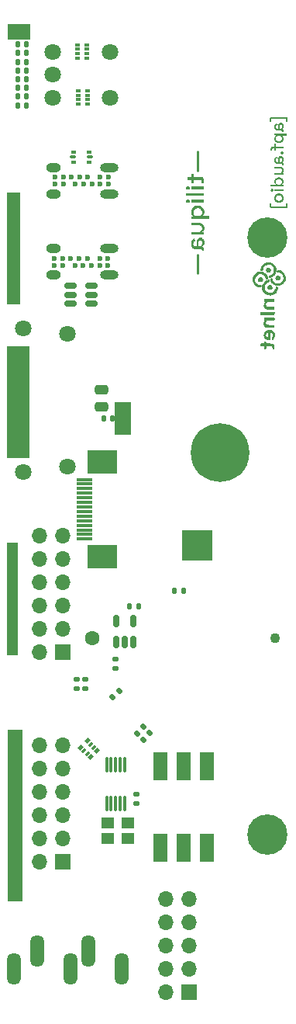
<source format=gbr>
%TF.GenerationSoftware,KiCad,Pcbnew,9.0.2*%
%TF.CreationDate,2025-08-21T17:21:46+02:00*%
%TF.ProjectId,tiliqua-motherboard,74696c69-7175-4612-9d6d-6f7468657262,rev?*%
%TF.SameCoordinates,Original*%
%TF.FileFunction,Soldermask,Bot*%
%TF.FilePolarity,Negative*%
%FSLAX46Y46*%
G04 Gerber Fmt 4.6, Leading zero omitted, Abs format (unit mm)*
G04 Created by KiCad (PCBNEW 9.0.2) date 2025-08-21 17:21:46*
%MOMM*%
%LPD*%
G01*
G04 APERTURE LIST*
G04 Aperture macros list*
%AMRoundRect*
0 Rectangle with rounded corners*
0 $1 Rounding radius*
0 $2 $3 $4 $5 $6 $7 $8 $9 X,Y pos of 4 corners*
0 Add a 4 corners polygon primitive as box body*
4,1,4,$2,$3,$4,$5,$6,$7,$8,$9,$2,$3,0*
0 Add four circle primitives for the rounded corners*
1,1,$1+$1,$2,$3*
1,1,$1+$1,$4,$5*
1,1,$1+$1,$6,$7*
1,1,$1+$1,$8,$9*
0 Add four rect primitives between the rounded corners*
20,1,$1+$1,$2,$3,$4,$5,0*
20,1,$1+$1,$4,$5,$6,$7,0*
20,1,$1+$1,$6,$7,$8,$9,0*
20,1,$1+$1,$8,$9,$2,$3,0*%
%AMRotRect*
0 Rectangle, with rotation*
0 The origin of the aperture is its center*
0 $1 length*
0 $2 width*
0 $3 Rotation angle, in degrees counterclockwise*
0 Add horizontal line*
21,1,$1,$2,0,0,$3*%
G04 Aperture macros list end*
%ADD10C,0.250000*%
%ADD11C,0.010000*%
%ADD12C,0.100000*%
%ADD13C,0.300000*%
%ADD14C,0.000000*%
%ADD15C,0.600000*%
%ADD16O,1.600000X1.000000*%
%ADD17O,2.000000X1.000000*%
%ADD18R,1.700000X1.700000*%
%ADD19O,1.700000X1.700000*%
%ADD20C,1.800000*%
%ADD21C,6.400000*%
%ADD22C,0.700000*%
%ADD23C,4.400000*%
%ADD24C,1.100000*%
%ADD25C,1.600000*%
%ADD26O,1.500000X3.500000*%
%ADD27RoundRect,0.147500X-0.147500X-0.172500X0.147500X-0.172500X0.147500X0.172500X-0.147500X0.172500X0*%
%ADD28RoundRect,0.150000X0.512500X0.150000X-0.512500X0.150000X-0.512500X-0.150000X0.512500X-0.150000X0*%
%ADD29RoundRect,0.135000X0.035355X-0.226274X0.226274X-0.035355X-0.035355X0.226274X-0.226274X0.035355X0*%
%ADD30R,1.400000X1.200000*%
%ADD31RoundRect,0.150000X0.150000X-0.512500X0.150000X0.512500X-0.150000X0.512500X-0.150000X-0.512500X0*%
%ADD32R,1.800000X0.300000*%
%ADD33R,3.200000X2.500000*%
%ADD34R,0.500000X0.400000*%
%ADD35R,0.500000X0.300000*%
%ADD36RoundRect,0.093750X0.156250X0.093750X-0.156250X0.093750X-0.156250X-0.093750X0.156250X-0.093750X0*%
%ADD37RoundRect,0.075000X0.250000X0.075000X-0.250000X0.075000X-0.250000X-0.075000X0.250000X-0.075000X0*%
%ADD38RoundRect,0.140000X-0.140000X-0.170000X0.140000X-0.170000X0.140000X0.170000X-0.140000X0.170000X0*%
%ADD39R,1.600000X3.100000*%
%ADD40RoundRect,0.250000X0.475000X-0.250000X0.475000X0.250000X-0.475000X0.250000X-0.475000X-0.250000X0*%
%ADD41RotRect,0.500000X0.400000X45.000000*%
%ADD42RotRect,0.500000X0.300000X45.000000*%
%ADD43RoundRect,0.087500X0.087500X-0.725000X0.087500X0.725000X-0.087500X0.725000X-0.087500X-0.725000X0*%
%ADD44RoundRect,0.135000X0.185000X-0.135000X0.185000X0.135000X-0.185000X0.135000X-0.185000X-0.135000X0*%
%ADD45RoundRect,0.135000X-0.135000X-0.185000X0.135000X-0.185000X0.135000X0.185000X-0.135000X0.185000X0*%
%ADD46RoundRect,0.140000X-0.170000X0.140000X-0.170000X-0.140000X0.170000X-0.140000X0.170000X0.140000X0*%
G04 APERTURE END LIST*
D10*
X21130785Y-16446718D02*
X21130785Y-14346718D01*
D11*
X375367Y-77386701D02*
X1971480Y-77386701D01*
X1971480Y-96063239D01*
X375367Y-96063239D01*
X375367Y-77386701D01*
G36*
X375367Y-77386701D02*
G01*
X1971480Y-77386701D01*
X1971480Y-96063239D01*
X375367Y-96063239D01*
X375367Y-77386701D01*
G37*
D12*
X12053798Y-41706277D02*
X13783657Y-41706277D01*
X13783657Y-45149999D01*
X12053798Y-45149999D01*
X12053798Y-41706277D01*
G36*
X12053798Y-41706277D02*
G01*
X13783657Y-41706277D01*
X13783657Y-45149999D01*
X12053798Y-45149999D01*
X12053798Y-41706277D01*
G37*
D11*
X337544Y-18773461D02*
X1683657Y-18773461D01*
X1683657Y-30949999D01*
X337544Y-30949999D01*
X337544Y-18773461D01*
G36*
X337544Y-18773461D02*
G01*
X1683657Y-18773461D01*
X1683657Y-30949999D01*
X337544Y-30949999D01*
X337544Y-18773461D01*
G37*
X433657Y-449999D02*
X2771926Y-449999D01*
X2771926Y-2046112D01*
X433657Y-2046112D01*
X433657Y-449999D01*
G36*
X433657Y-449999D02*
G01*
X2771926Y-449999D01*
X2771926Y-2046112D01*
X433657Y-2046112D01*
X433657Y-449999D01*
G37*
X19496544Y-55658743D02*
X22688771Y-55658743D01*
X22688771Y-58835281D01*
X19496544Y-58835281D01*
X19496544Y-55658743D01*
G36*
X19496544Y-55658743D02*
G01*
X22688771Y-55658743D01*
X22688771Y-58835281D01*
X19496544Y-58835281D01*
X19496544Y-55658743D01*
G37*
X337544Y-57023461D02*
X1433657Y-57023461D01*
X1433657Y-69199999D01*
X337544Y-69199999D01*
X337544Y-57023461D01*
G36*
X337544Y-57023461D02*
G01*
X1433657Y-57023461D01*
X1433657Y-69199999D01*
X337544Y-69199999D01*
X337544Y-57023461D01*
G37*
D10*
X21130785Y-27646718D02*
X21130785Y-25546718D01*
D11*
X344782Y-35537990D02*
X2690895Y-35537990D01*
X2690895Y-47714528D01*
X344782Y-47714528D01*
X344782Y-35537990D01*
G36*
X344782Y-35537990D02*
G01*
X2690895Y-35537990D01*
X2690895Y-47714528D01*
X344782Y-47714528D01*
X344782Y-35537990D01*
G37*
D13*
G36*
X30991423Y-10756514D02*
G01*
X30985653Y-10707642D01*
X30969029Y-10666060D01*
X30941415Y-10630082D01*
X30905443Y-10602518D01*
X30863861Y-10585921D01*
X30814982Y-10580159D01*
X29227441Y-10580159D01*
X29178507Y-10585925D01*
X29136929Y-10602526D01*
X29101008Y-10630082D01*
X29073394Y-10666060D01*
X29056770Y-10707642D01*
X29051000Y-10756514D01*
X29051000Y-11075972D01*
X29223508Y-11075972D01*
X29223508Y-10829006D01*
X29230105Y-10799498D01*
X29248351Y-10782576D01*
X29282322Y-10776090D01*
X30760101Y-10776090D01*
X30794072Y-10782576D01*
X30812318Y-10799498D01*
X30818915Y-10829006D01*
X30818915Y-11075972D01*
X30991423Y-11075972D01*
X30991423Y-10756514D01*
G37*
G36*
X30306521Y-11202842D02*
G01*
X30361530Y-11218998D01*
X30409356Y-11245147D01*
X30451112Y-11280607D01*
X30485612Y-11323415D01*
X30513220Y-11374485D01*
X30539283Y-11459675D01*
X30548440Y-11559817D01*
X30540578Y-11654143D01*
X30520059Y-11720443D01*
X30487649Y-11775590D01*
X30452441Y-11812596D01*
X30383796Y-11859613D01*
X30383796Y-11889020D01*
X30389695Y-11889020D01*
X30428174Y-11894027D01*
X30459642Y-11908320D01*
X30485780Y-11932104D01*
X30511716Y-11980149D01*
X30521000Y-12043918D01*
X30521000Y-12194799D01*
X30352423Y-12194799D01*
X30352423Y-12112477D01*
X30345723Y-12081682D01*
X30327380Y-12064222D01*
X30293609Y-12057596D01*
X29895762Y-12057596D01*
X29808614Y-12050157D01*
X29735841Y-12029202D01*
X29674730Y-11995825D01*
X29623322Y-11949799D01*
X29582876Y-11893612D01*
X29553006Y-11826993D01*
X29534063Y-11747923D01*
X29527322Y-11653850D01*
X29532074Y-11573565D01*
X29545474Y-11504899D01*
X29566560Y-11446122D01*
X29612753Y-11367222D01*
X29669398Y-11307893D01*
X29736793Y-11263081D01*
X29811474Y-11232495D01*
X29872254Y-11420647D01*
X29822427Y-11436896D01*
X29780366Y-11461009D01*
X29744881Y-11493139D01*
X29718837Y-11532574D01*
X29702001Y-11584294D01*
X29695813Y-11651884D01*
X29702352Y-11720616D01*
X29719918Y-11771428D01*
X29746847Y-11808664D01*
X29783638Y-11836489D01*
X29827969Y-11853576D01*
X29881999Y-11859613D01*
X29944745Y-11859613D01*
X29944745Y-11577427D01*
X30101525Y-11577427D01*
X30101525Y-11859613D01*
X30121186Y-11859613D01*
X30198958Y-11850718D01*
X30261487Y-11825715D01*
X30312245Y-11785155D01*
X30350126Y-11731782D01*
X30373538Y-11667451D01*
X30381830Y-11589138D01*
X30376955Y-11531556D01*
X30363542Y-11485997D01*
X30342678Y-11449969D01*
X30313420Y-11421628D01*
X30278715Y-11404844D01*
X30236762Y-11399020D01*
X30194913Y-11404773D01*
X30162021Y-11421017D01*
X30135890Y-11448003D01*
X30110780Y-11502449D01*
X30101525Y-11577427D01*
X29944745Y-11577427D01*
X29944745Y-11565630D01*
X29953426Y-11463477D01*
X29978084Y-11376452D01*
X30004461Y-11323951D01*
X30037386Y-11280558D01*
X30077076Y-11245147D01*
X30123051Y-11219175D01*
X30177567Y-11202939D01*
X30242660Y-11197190D01*
X30306521Y-11202842D01*
G37*
G36*
X30913034Y-12591535D02*
G01*
X30389695Y-12591535D01*
X30389695Y-12622908D01*
X30427397Y-12649711D01*
X30465178Y-12685569D01*
X30497268Y-12729478D01*
X30524932Y-12789433D01*
X30542072Y-12858259D01*
X30548440Y-12948264D01*
X30541803Y-13027720D01*
X30522225Y-13101814D01*
X30489627Y-13171722D01*
X30445107Y-13234557D01*
X30389041Y-13288596D01*
X30320110Y-13334400D01*
X30243990Y-13367241D01*
X30155598Y-13387893D01*
X30052542Y-13395180D01*
X30023135Y-13395180D01*
X29920137Y-13387777D01*
X29831780Y-13366788D01*
X29755652Y-13333374D01*
X29686570Y-13287059D01*
X29630516Y-13232998D01*
X29586136Y-13170696D01*
X29553568Y-13101443D01*
X29533977Y-13027703D01*
X29527322Y-12948264D01*
X29531495Y-12889451D01*
X29705644Y-12889451D01*
X29715413Y-12973513D01*
X29743479Y-13044713D01*
X29789932Y-13105984D01*
X29834463Y-13142027D01*
X29887866Y-13168517D01*
X29951936Y-13185307D01*
X30029033Y-13191298D01*
X30046643Y-13191298D01*
X30124938Y-13185338D01*
X30189689Y-13168679D01*
X30243348Y-13142493D01*
X30287796Y-13107010D01*
X30334068Y-13046280D01*
X30362169Y-12974805D01*
X30371999Y-12889451D01*
X30362290Y-12806689D01*
X30334299Y-12736074D01*
X30287796Y-12674798D01*
X30243286Y-12638879D01*
X30189603Y-12612409D01*
X30124873Y-12595585D01*
X30046643Y-12589569D01*
X30029033Y-12589569D01*
X29951930Y-12595555D01*
X29887858Y-12612331D01*
X29834457Y-12638794D01*
X29789932Y-12674798D01*
X29743379Y-12736080D01*
X29715361Y-12806695D01*
X29705644Y-12889451D01*
X29531495Y-12889451D01*
X29533931Y-12855115D01*
X29551660Y-12784533D01*
X29578271Y-12731645D01*
X29634088Y-12664375D01*
X29693847Y-12618976D01*
X29693847Y-12587603D01*
X29554677Y-12587603D01*
X29554677Y-12389705D01*
X30913034Y-12389705D01*
X30913034Y-12591535D01*
G37*
G36*
X30521000Y-13784137D02*
G01*
X29725220Y-13784137D01*
X29725220Y-13513662D01*
X29554677Y-13513662D01*
X29554677Y-13784137D01*
X29343016Y-13784137D01*
X29286443Y-13790423D01*
X29240191Y-13808185D01*
X29201966Y-13837052D01*
X29173053Y-13875285D01*
X29155263Y-13921563D01*
X29148965Y-13978187D01*
X29148965Y-14227120D01*
X29319508Y-14227120D01*
X29319508Y-14042900D01*
X29326309Y-14010811D01*
X29344745Y-13992816D01*
X29378322Y-13986052D01*
X29554677Y-13986052D01*
X29554677Y-14264306D01*
X29725220Y-14264306D01*
X29725220Y-13986052D01*
X30521000Y-13986052D01*
X30521000Y-13784137D01*
G37*
G36*
X30548440Y-14467076D02*
G01*
X30543271Y-14423210D01*
X30528317Y-14385477D01*
X30503390Y-14352441D01*
X30470815Y-14327037D01*
X30432804Y-14311704D01*
X30387728Y-14306364D01*
X30342629Y-14311731D01*
X30304989Y-14327081D01*
X30273093Y-14352441D01*
X30248723Y-14385410D01*
X30234060Y-14423146D01*
X30228983Y-14467076D01*
X30234156Y-14510997D01*
X30249113Y-14548726D01*
X30274033Y-14581712D01*
X30306514Y-14607208D01*
X30343907Y-14622495D01*
X30387728Y-14627788D01*
X30432804Y-14622448D01*
X30470815Y-14607116D01*
X30503390Y-14581712D01*
X30528310Y-14548726D01*
X30543267Y-14510997D01*
X30548440Y-14467076D01*
G37*
G36*
X30306521Y-14828774D02*
G01*
X30361530Y-14844930D01*
X30409356Y-14871078D01*
X30451112Y-14906539D01*
X30485612Y-14949346D01*
X30513220Y-15000417D01*
X30539283Y-15085607D01*
X30548440Y-15185749D01*
X30540578Y-15280075D01*
X30520059Y-15346375D01*
X30487649Y-15401522D01*
X30452441Y-15438528D01*
X30383796Y-15485544D01*
X30383796Y-15514951D01*
X30389695Y-15514951D01*
X30428174Y-15519958D01*
X30459642Y-15534251D01*
X30485780Y-15558036D01*
X30511716Y-15606081D01*
X30521000Y-15669850D01*
X30521000Y-15820731D01*
X30352423Y-15820731D01*
X30352423Y-15738409D01*
X30345723Y-15707614D01*
X30327380Y-15690154D01*
X30293609Y-15683528D01*
X29895762Y-15683528D01*
X29808614Y-15676089D01*
X29735841Y-15655134D01*
X29674730Y-15621757D01*
X29623322Y-15575731D01*
X29582876Y-15519543D01*
X29553006Y-15452925D01*
X29534063Y-15373855D01*
X29527322Y-15279782D01*
X29532074Y-15199496D01*
X29545474Y-15130831D01*
X29566560Y-15072053D01*
X29612753Y-14993154D01*
X29669398Y-14933824D01*
X29736793Y-14889013D01*
X29811474Y-14858426D01*
X29872254Y-15046579D01*
X29822427Y-15062827D01*
X29780366Y-15086941D01*
X29744881Y-15119070D01*
X29718837Y-15158505D01*
X29702001Y-15210225D01*
X29695813Y-15277816D01*
X29702352Y-15346547D01*
X29719918Y-15397359D01*
X29746847Y-15434595D01*
X29783638Y-15462420D01*
X29827969Y-15479507D01*
X29881999Y-15485544D01*
X29944745Y-15485544D01*
X29944745Y-15203358D01*
X30101525Y-15203358D01*
X30101525Y-15485544D01*
X30121186Y-15485544D01*
X30198958Y-15476650D01*
X30261487Y-15451647D01*
X30312245Y-15411087D01*
X30350126Y-15357714D01*
X30373538Y-15293383D01*
X30381830Y-15215070D01*
X30376955Y-15157488D01*
X30363542Y-15111929D01*
X30342678Y-15075900D01*
X30313420Y-15047560D01*
X30278715Y-15030776D01*
X30236762Y-15024951D01*
X30194913Y-15030704D01*
X30162021Y-15046948D01*
X30135890Y-15073934D01*
X30110780Y-15128380D01*
X30101525Y-15203358D01*
X29944745Y-15203358D01*
X29944745Y-15191562D01*
X29953426Y-15089408D01*
X29978084Y-15002383D01*
X30004461Y-14949883D01*
X30037386Y-14906490D01*
X30077076Y-14871078D01*
X30123051Y-14845107D01*
X30177567Y-14828871D01*
X30242660Y-14823121D01*
X30306521Y-14828774D01*
G37*
G36*
X30538609Y-16361424D02*
G01*
X30532956Y-16289561D01*
X30516527Y-16224627D01*
X30489627Y-16165407D01*
X30452515Y-16112177D01*
X30406463Y-16067306D01*
X30350542Y-16030169D01*
X30288628Y-16003646D01*
X30217336Y-15987029D01*
X30134864Y-15981186D01*
X29554677Y-15981186D01*
X29554677Y-16183016D01*
X30121186Y-16183016D01*
X30202417Y-16191024D01*
X30262439Y-16212571D01*
X30306432Y-16245762D01*
X30338594Y-16291009D01*
X30358871Y-16348049D01*
X30366186Y-16420237D01*
X30356507Y-16498836D01*
X30328820Y-16564103D01*
X30282924Y-16619161D01*
X30222973Y-16659301D01*
X30144708Y-16685162D01*
X30042796Y-16694644D01*
X29554677Y-16694644D01*
X29554677Y-16896474D01*
X30521000Y-16896474D01*
X30521000Y-16698577D01*
X30375931Y-16698577D01*
X30375931Y-16667204D01*
X30430882Y-16630857D01*
X30486720Y-16569152D01*
X30513783Y-16519329D01*
X30531846Y-16451804D01*
X30538609Y-16361424D01*
G37*
G36*
X30155544Y-17153567D02*
G01*
X30243932Y-17174527D01*
X30320110Y-17207896D01*
X30389077Y-17254305D01*
X30445143Y-17308695D01*
X30489627Y-17371600D01*
X30522295Y-17441483D01*
X30541838Y-17514938D01*
X30548440Y-17593092D01*
X30541829Y-17686242D01*
X30524099Y-17756791D01*
X30497491Y-17809625D01*
X30441995Y-17877131D01*
X30383796Y-17922380D01*
X30383796Y-17953753D01*
X30521000Y-17953753D01*
X30521000Y-18151650D01*
X29148965Y-18151650D01*
X29148965Y-17949820D01*
X29686068Y-17949820D01*
X29686068Y-17918447D01*
X29648555Y-17892798D01*
X29610584Y-17855701D01*
X29578343Y-17810350D01*
X29550830Y-17750811D01*
X29533712Y-17682894D01*
X29531367Y-17649939D01*
X29705644Y-17649939D01*
X29715483Y-17735287D01*
X29743609Y-17806763D01*
X29789932Y-17867498D01*
X29834396Y-17903066D01*
X29887773Y-17929245D01*
X29951866Y-17945856D01*
X30029033Y-17951787D01*
X30046643Y-17951787D01*
X30124867Y-17945765D01*
X30189595Y-17928927D01*
X30243281Y-17902431D01*
X30287796Y-17866473D01*
X30334198Y-17805208D01*
X30362239Y-17734008D01*
X30371999Y-17649939D01*
X30362290Y-17567177D01*
X30334299Y-17496562D01*
X30287796Y-17435286D01*
X30243286Y-17399368D01*
X30189603Y-17372898D01*
X30124873Y-17356074D01*
X30046643Y-17350058D01*
X30029033Y-17350058D01*
X29951930Y-17356044D01*
X29887858Y-17372819D01*
X29834457Y-17399283D01*
X29789932Y-17435286D01*
X29743379Y-17496568D01*
X29715361Y-17567183D01*
X29705644Y-17649939D01*
X29531367Y-17649939D01*
X29527322Y-17593092D01*
X29533960Y-17513636D01*
X29553537Y-17439542D01*
X29586136Y-17369634D01*
X29630659Y-17306870D01*
X29687013Y-17252824D01*
X29756593Y-17206956D01*
X29833295Y-17174023D01*
X29921411Y-17153415D01*
X30023135Y-17146176D01*
X30052542Y-17146176D01*
X30155544Y-17153567D01*
G37*
G36*
X30521000Y-18448882D02*
G01*
X29554677Y-18448882D01*
X29554677Y-18650712D01*
X30521000Y-18650712D01*
X30521000Y-18448882D01*
G37*
G36*
X29423372Y-18550780D02*
G01*
X29413674Y-18496251D01*
X29385160Y-18451788D01*
X29357474Y-18429641D01*
X29324962Y-18416273D01*
X29286169Y-18411610D01*
X29247433Y-18416271D01*
X29214947Y-18429636D01*
X29187263Y-18451788D01*
X29158683Y-18496257D01*
X29148965Y-18550780D01*
X29158795Y-18606750D01*
X29187263Y-18650626D01*
X29214878Y-18672220D01*
X29247365Y-18685295D01*
X29286169Y-18689864D01*
X29325029Y-18685293D01*
X29357543Y-18672216D01*
X29385160Y-18650626D01*
X29413561Y-18606757D01*
X29423372Y-18550780D01*
G37*
G36*
X30152778Y-18910021D02*
G01*
X30240287Y-18931885D01*
X30317203Y-18967092D01*
X30386171Y-19015814D01*
X30442990Y-19074629D01*
X30488686Y-19144473D01*
X30521373Y-19221614D01*
X30541485Y-19306998D01*
X30548440Y-19402210D01*
X30541501Y-19497431D01*
X30521402Y-19583144D01*
X30488686Y-19660888D01*
X30442925Y-19731375D01*
X30386097Y-19790483D01*
X30317203Y-19839210D01*
X30240287Y-19874417D01*
X30152778Y-19896281D01*
X30052542Y-19903922D01*
X30023135Y-19903922D01*
X29922963Y-19896264D01*
X29835847Y-19874386D01*
X29759585Y-19839210D01*
X29691169Y-19790567D01*
X29634314Y-19731463D01*
X29588102Y-19660888D01*
X29554806Y-19583088D01*
X29534373Y-19497380D01*
X29527322Y-19402210D01*
X29707610Y-19402210D01*
X29717643Y-19488744D01*
X29746162Y-19560119D01*
X29792924Y-19619770D01*
X29837740Y-19654620D01*
X29890858Y-19680193D01*
X29953913Y-19696349D01*
X30029033Y-19702092D01*
X30046643Y-19702092D01*
X30121740Y-19696289D01*
X30184816Y-19679953D01*
X30238001Y-19654069D01*
X30282924Y-19618744D01*
X30329765Y-19558568D01*
X30358198Y-19487462D01*
X30368152Y-19402210D01*
X30358250Y-19318268D01*
X30329866Y-19247743D01*
X30282924Y-19187558D01*
X30238006Y-19152272D01*
X30184824Y-19126414D01*
X30121746Y-19110093D01*
X30046643Y-19104295D01*
X30029033Y-19104295D01*
X29953975Y-19110093D01*
X29890942Y-19126414D01*
X29837801Y-19152271D01*
X29792924Y-19187558D01*
X29745931Y-19247749D01*
X29717521Y-19318274D01*
X29707610Y-19402210D01*
X29527322Y-19402210D01*
X29534388Y-19307049D01*
X29554835Y-19221671D01*
X29588102Y-19144473D01*
X29634249Y-19074541D01*
X29691095Y-19015730D01*
X29759585Y-18967092D01*
X29835847Y-18931916D01*
X29922963Y-18910038D01*
X30023135Y-18902380D01*
X30052542Y-18902380D01*
X30152778Y-18910021D01*
G37*
G36*
X30991423Y-20022404D02*
G01*
X30818915Y-20022404D01*
X30818915Y-20271336D01*
X30812318Y-20300844D01*
X30794072Y-20317766D01*
X30760101Y-20324252D01*
X29282322Y-20324252D01*
X29248351Y-20317766D01*
X29230105Y-20300844D01*
X29223508Y-20271336D01*
X29223508Y-20022404D01*
X29051000Y-20022404D01*
X29051000Y-20341862D01*
X29056822Y-20392042D01*
X29073495Y-20434207D01*
X29101008Y-20470175D01*
X29136936Y-20497782D01*
X29178513Y-20514409D01*
X29227441Y-20520183D01*
X30814982Y-20520183D01*
X30863855Y-20514413D01*
X30905437Y-20497789D01*
X30941415Y-20470175D01*
X30968928Y-20434207D01*
X30985601Y-20392042D01*
X30991423Y-20341862D01*
X30991423Y-20022404D01*
G37*
G36*
X21860785Y-17401289D02*
G01*
X21851770Y-17320421D01*
X21826374Y-17254798D01*
X21785191Y-17201010D01*
X21730691Y-17160637D01*
X21664580Y-17135718D01*
X21583569Y-17126882D01*
X20723956Y-17126882D01*
X20723956Y-16746108D01*
X20480324Y-16746108D01*
X20480324Y-17126882D01*
X20023956Y-17126882D01*
X20023956Y-17415333D01*
X20480324Y-17415333D01*
X20480324Y-17826882D01*
X20723956Y-17826882D01*
X20723956Y-17415333D01*
X21533133Y-17415333D01*
X21581377Y-17424799D01*
X21607580Y-17449741D01*
X21617152Y-17493735D01*
X21617152Y-17782064D01*
X21860785Y-17782064D01*
X21860785Y-17401289D01*
G37*
G36*
X21860785Y-18165159D02*
G01*
X20480324Y-18165159D01*
X20480324Y-18453487D01*
X21860785Y-18453487D01*
X21860785Y-18165159D01*
G37*
G36*
X20292745Y-18310727D02*
G01*
X20278891Y-18232829D01*
X20238157Y-18169311D01*
X20198605Y-18137671D01*
X20152159Y-18118575D01*
X20096741Y-18111914D01*
X20041403Y-18118572D01*
X19994996Y-18137665D01*
X19955446Y-18169311D01*
X19914617Y-18232838D01*
X19900736Y-18310727D01*
X19914778Y-18390684D01*
X19955446Y-18453365D01*
X19994897Y-18484213D01*
X20041307Y-18502892D01*
X20096741Y-18509419D01*
X20152256Y-18502889D01*
X20198704Y-18484207D01*
X20238157Y-18453365D01*
X20278730Y-18390694D01*
X20292745Y-18310727D01*
G37*
G36*
X21860785Y-18880302D02*
G01*
X19900736Y-18880302D01*
X19900736Y-19168630D01*
X21860785Y-19168630D01*
X21860785Y-18880302D01*
G37*
G36*
X21860785Y-19595445D02*
G01*
X20480324Y-19595445D01*
X20480324Y-19883773D01*
X21860785Y-19883773D01*
X21860785Y-19595445D01*
G37*
G36*
X20292745Y-19741013D02*
G01*
X20278891Y-19663115D01*
X20238157Y-19599597D01*
X20198605Y-19567958D01*
X20152159Y-19548861D01*
X20096741Y-19542200D01*
X20041403Y-19548858D01*
X19994996Y-19567951D01*
X19955446Y-19599597D01*
X19914617Y-19663124D01*
X19900736Y-19741013D01*
X19914778Y-19820970D01*
X19955446Y-19883651D01*
X19994897Y-19914499D01*
X20041307Y-19933178D01*
X20096741Y-19939705D01*
X20152256Y-19933175D01*
X20198704Y-19914493D01*
X20238157Y-19883651D01*
X20278730Y-19820980D01*
X20292745Y-19741013D01*
G37*
G36*
X21338782Y-20253709D02*
G01*
X21465056Y-20283211D01*
X21573799Y-20330127D01*
X21672273Y-20395562D01*
X21752367Y-20472760D01*
X21815966Y-20562524D01*
X21862536Y-20662393D01*
X21890503Y-20768242D01*
X21899985Y-20881750D01*
X21890857Y-21010039D01*
X21866402Y-21107064D01*
X21827099Y-21192119D01*
X21781039Y-21256907D01*
X21726714Y-21309919D01*
X21673206Y-21346544D01*
X21673206Y-21391362D01*
X22420833Y-21391362D01*
X22420833Y-21679691D01*
X20480324Y-21679691D01*
X20480324Y-21396980D01*
X20679138Y-21396980D01*
X20679138Y-21352161D01*
X20593777Y-21287285D01*
X20514029Y-21191083D01*
X20476018Y-21115606D01*
X20450690Y-21014821D01*
X20447009Y-20962960D01*
X20695990Y-20962960D01*
X20709946Y-21083050D01*
X20750041Y-21184764D01*
X20816402Y-21272294D01*
X20880017Y-21323784D01*
X20956308Y-21361626D01*
X21047837Y-21385613D01*
X21157976Y-21394171D01*
X21183133Y-21394171D01*
X21294983Y-21385656D01*
X21387484Y-21361858D01*
X21464140Y-21324450D01*
X21527637Y-21273759D01*
X21593740Y-21187003D01*
X21633883Y-21084895D01*
X21647927Y-20962960D01*
X21634057Y-20844729D01*
X21594069Y-20743850D01*
X21527637Y-20656314D01*
X21464051Y-20605001D01*
X21387361Y-20567187D01*
X21294890Y-20543153D01*
X21183133Y-20534558D01*
X21157976Y-20534558D01*
X21047829Y-20543110D01*
X20956297Y-20567075D01*
X20880010Y-20604880D01*
X20816402Y-20656314D01*
X20749898Y-20743859D01*
X20709872Y-20844738D01*
X20695990Y-20962960D01*
X20447009Y-20962960D01*
X20441245Y-20881750D01*
X20450677Y-20770102D01*
X20478595Y-20665166D01*
X20525265Y-20565333D01*
X20588747Y-20475482D01*
X20668837Y-20397782D01*
X20767431Y-20331471D01*
X20876178Y-20283805D01*
X21002403Y-20253860D01*
X21149549Y-20243299D01*
X21191559Y-20243299D01*
X21338782Y-20253709D01*
G37*
G36*
X21885942Y-22633459D02*
G01*
X21877866Y-22530798D01*
X21854396Y-22438035D01*
X21815966Y-22353435D01*
X21762949Y-22277393D01*
X21697162Y-22213291D01*
X21617274Y-22160239D01*
X21528826Y-22122349D01*
X21426980Y-22098610D01*
X21309162Y-22090263D01*
X20480324Y-22090263D01*
X20480324Y-22378592D01*
X21289623Y-22378592D01*
X21405667Y-22390031D01*
X21491412Y-22420813D01*
X21554260Y-22468229D01*
X21600205Y-22532867D01*
X21629172Y-22614353D01*
X21639623Y-22717479D01*
X21625796Y-22829762D01*
X21586242Y-22923002D01*
X21520676Y-23001655D01*
X21435032Y-23058998D01*
X21323225Y-23095942D01*
X21177637Y-23109489D01*
X20480324Y-23109489D01*
X20480324Y-23397817D01*
X21860785Y-23397817D01*
X21860785Y-23115106D01*
X21653544Y-23115106D01*
X21653544Y-23070288D01*
X21732046Y-23018365D01*
X21811814Y-22930214D01*
X21850475Y-22859038D01*
X21876279Y-22762574D01*
X21885942Y-22633459D01*
G37*
G36*
X21554387Y-23740261D02*
G01*
X21632971Y-23763341D01*
X21701294Y-23800696D01*
X21760945Y-23851354D01*
X21810231Y-23912507D01*
X21849671Y-23985466D01*
X21886904Y-24107166D01*
X21899985Y-24250225D01*
X21888753Y-24384977D01*
X21859441Y-24479691D01*
X21813141Y-24558472D01*
X21762843Y-24611338D01*
X21664780Y-24678505D01*
X21664780Y-24720515D01*
X21673206Y-24720515D01*
X21728177Y-24727668D01*
X21773132Y-24748086D01*
X21810470Y-24782064D01*
X21847523Y-24850699D01*
X21860785Y-24941799D01*
X21860785Y-25157343D01*
X21619961Y-25157343D01*
X21619961Y-25039740D01*
X21610389Y-24995746D01*
X21584186Y-24970804D01*
X21535942Y-24961338D01*
X20967588Y-24961338D01*
X20843091Y-24950711D01*
X20739130Y-24920775D01*
X20651828Y-24873094D01*
X20578387Y-24807343D01*
X20520609Y-24727075D01*
X20477936Y-24631905D01*
X20450875Y-24518948D01*
X20441245Y-24384558D01*
X20448034Y-24269865D01*
X20467177Y-24171771D01*
X20497299Y-24087803D01*
X20563290Y-23975090D01*
X20644211Y-23890333D01*
X20740489Y-23826317D01*
X20847177Y-23782622D01*
X20934005Y-24051411D01*
X20862824Y-24074623D01*
X20802736Y-24109071D01*
X20752044Y-24154970D01*
X20714838Y-24211306D01*
X20690786Y-24285192D01*
X20681946Y-24381750D01*
X20691288Y-24479937D01*
X20716382Y-24552526D01*
X20754853Y-24605720D01*
X20807411Y-24645470D01*
X20870741Y-24669880D01*
X20947927Y-24678505D01*
X21037564Y-24678505D01*
X21037564Y-24275382D01*
X21261535Y-24275382D01*
X21261535Y-24678505D01*
X21289623Y-24678505D01*
X21400726Y-24665798D01*
X21490053Y-24630080D01*
X21562564Y-24572137D01*
X21616679Y-24495889D01*
X21650125Y-24403988D01*
X21661971Y-24292113D01*
X21655006Y-24209853D01*
X21635845Y-24144768D01*
X21606039Y-24093299D01*
X21564242Y-24052812D01*
X21514663Y-24028835D01*
X21454731Y-24020515D01*
X21394947Y-24028733D01*
X21347958Y-24051939D01*
X21310627Y-24090490D01*
X21274757Y-24168270D01*
X21261535Y-24275382D01*
X21037564Y-24275382D01*
X21037564Y-24258529D01*
X21049966Y-24112596D01*
X21085191Y-23988274D01*
X21122873Y-23913274D01*
X21169908Y-23851284D01*
X21226608Y-23800696D01*
X21292286Y-23763594D01*
X21370166Y-23740400D01*
X21463157Y-23732186D01*
X21554387Y-23740261D01*
G37*
D14*
%TO.C,G\u002A\u002A\u002A*%
G36*
X28156413Y-28053482D02*
G01*
X28229611Y-28109336D01*
X28283164Y-28190224D01*
X28287689Y-28200923D01*
X28306825Y-28292698D01*
X28292052Y-28381799D01*
X28244922Y-28463642D01*
X28166982Y-28533646D01*
X28166909Y-28533696D01*
X28085412Y-28568291D01*
X27995538Y-28568417D01*
X27898292Y-28534071D01*
X27857782Y-28508648D01*
X27797151Y-28443536D01*
X27762803Y-28364916D01*
X27754854Y-28280018D01*
X27773422Y-28196074D01*
X27818624Y-28120316D01*
X27890579Y-28059975D01*
X27890682Y-28059916D01*
X27979773Y-28026391D01*
X28070742Y-28025040D01*
X28156413Y-28053482D01*
G37*
G36*
X28976502Y-26997726D02*
G01*
X29059323Y-27038729D01*
X29125319Y-27107739D01*
X29129612Y-27114367D01*
X29157493Y-27179610D01*
X29165865Y-27261391D01*
X29160606Y-27319042D01*
X29127905Y-27407886D01*
X29069254Y-27477150D01*
X28989272Y-27522157D01*
X28892580Y-27538227D01*
X28829117Y-27531194D01*
X28749971Y-27498098D01*
X28688981Y-27443491D01*
X28647491Y-27373615D01*
X28626843Y-27294709D01*
X28628386Y-27213012D01*
X28653458Y-27134766D01*
X28703407Y-27066211D01*
X28779576Y-27013587D01*
X28791575Y-27008226D01*
X28884653Y-26986849D01*
X28976502Y-26997726D01*
G37*
G36*
X29999009Y-27862758D02*
G01*
X30047556Y-27881929D01*
X30118318Y-27931540D01*
X30172480Y-27996163D01*
X30200598Y-28066261D01*
X30205200Y-28110348D01*
X30193264Y-28207157D01*
X30152362Y-28290402D01*
X30086016Y-28354395D01*
X29997754Y-28393449D01*
X29972003Y-28398774D01*
X29880948Y-28398435D01*
X29801072Y-28370293D01*
X29735592Y-28320012D01*
X29687729Y-28253250D01*
X29660701Y-28175667D01*
X29657728Y-28092924D01*
X29682027Y-28010684D01*
X29736820Y-27934605D01*
X29746549Y-27925424D01*
X29823180Y-27877874D01*
X29911725Y-27855782D01*
X29999009Y-27862758D01*
G37*
G36*
X29110085Y-28893299D02*
G01*
X29199981Y-28923925D01*
X29264187Y-28972460D01*
X29309867Y-29044535D01*
X29336246Y-29120592D01*
X29340318Y-29205376D01*
X29313199Y-29288391D01*
X29307820Y-29298579D01*
X29248504Y-29371061D01*
X29167805Y-29416123D01*
X29069448Y-29431578D01*
X29011068Y-29426631D01*
X28920777Y-29395156D01*
X28851306Y-29337958D01*
X28806656Y-29258911D01*
X28790826Y-29161888D01*
X28791416Y-29142725D01*
X28813848Y-29051701D01*
X28868142Y-28976184D01*
X28953456Y-28917443D01*
X28955814Y-28916275D01*
X29012109Y-28892345D01*
X29057519Y-28885613D01*
X29110085Y-28893299D01*
G37*
G36*
X29576695Y-32001700D02*
G01*
X29576007Y-32056855D01*
X29571987Y-32110644D01*
X29563230Y-32140608D01*
X29548440Y-32153714D01*
X29540359Y-32154945D01*
X29499737Y-32157174D01*
X29429282Y-32159207D01*
X29332856Y-32160990D01*
X29214321Y-32162470D01*
X29077541Y-32163593D01*
X28926377Y-32164306D01*
X28764692Y-32164556D01*
X28735706Y-32164553D01*
X28551723Y-32164333D01*
X28400016Y-32163697D01*
X28277567Y-32162547D01*
X28181359Y-32160785D01*
X28108371Y-32158314D01*
X28055591Y-32155034D01*
X28019997Y-32150849D01*
X27998570Y-32145660D01*
X27988296Y-32139370D01*
X27979997Y-32120292D01*
X27972842Y-32067349D01*
X27972712Y-31992008D01*
X27978030Y-31869830D01*
X28777363Y-31865181D01*
X29576695Y-31860531D01*
X29576695Y-32001700D01*
G37*
G36*
X28991909Y-28320371D02*
G01*
X29013052Y-28346974D01*
X29024634Y-28368665D01*
X29040963Y-28423252D01*
X29046513Y-28480851D01*
X29040705Y-28529304D01*
X29022967Y-28556452D01*
X29004136Y-28564408D01*
X28956844Y-28580952D01*
X28897932Y-28599306D01*
X28896705Y-28599669D01*
X28771016Y-28654421D01*
X28662771Y-28736025D01*
X28575626Y-28839065D01*
X28513237Y-28958122D01*
X28479261Y-29087778D01*
X28477353Y-29222615D01*
X28478391Y-29231244D01*
X28513657Y-29371633D01*
X28580079Y-29498197D01*
X28674339Y-29606025D01*
X28793121Y-29690207D01*
X28898910Y-29731586D01*
X29025564Y-29751991D01*
X29155548Y-29747769D01*
X29276639Y-29718211D01*
X29377335Y-29667960D01*
X29484806Y-29580827D01*
X29570542Y-29470738D01*
X29630559Y-29343036D01*
X29660872Y-29203066D01*
X29662975Y-29182952D01*
X29674147Y-29117355D01*
X29692870Y-29078994D01*
X29724454Y-29061009D01*
X29774203Y-29056539D01*
X29782939Y-29056623D01*
X29859186Y-29065863D01*
X29913129Y-29088653D01*
X29938582Y-29122508D01*
X29942088Y-29151086D01*
X29940783Y-29199436D01*
X29938988Y-29214028D01*
X29932306Y-29267696D01*
X29924583Y-29329105D01*
X29912238Y-29388647D01*
X29873141Y-29494798D01*
X29815560Y-29604710D01*
X29745585Y-29707350D01*
X29669308Y-29791681D01*
X29554904Y-29882911D01*
X29404274Y-29966432D01*
X29247219Y-30018075D01*
X29087546Y-30038520D01*
X28929065Y-30028450D01*
X28775584Y-29988548D01*
X28630913Y-29919495D01*
X28498860Y-29821974D01*
X28383232Y-29696666D01*
X28287841Y-29544255D01*
X28210239Y-29391151D01*
X28210239Y-29164417D01*
X28210239Y-28937684D01*
X28285990Y-28784840D01*
X28306026Y-28746787D01*
X28395669Y-28614637D01*
X28504815Y-28500801D01*
X28627900Y-28409605D01*
X28759359Y-28345376D01*
X28893628Y-28312439D01*
X28924693Y-28309122D01*
X28966589Y-28308948D01*
X28991909Y-28320371D01*
G37*
G36*
X29966312Y-27255620D02*
G01*
X30037495Y-27265487D01*
X30064185Y-27269709D01*
X30236503Y-27315372D01*
X30389270Y-27390476D01*
X30524217Y-27495843D01*
X30564360Y-27536521D01*
X30672531Y-27677682D01*
X30750944Y-27834773D01*
X30796844Y-28002671D01*
X30803842Y-28066957D01*
X30799639Y-28204278D01*
X30773601Y-28346586D01*
X30727705Y-28480217D01*
X30674835Y-28581572D01*
X30573887Y-28716446D01*
X30451793Y-28827122D01*
X30312844Y-28912115D01*
X30161333Y-28969938D01*
X30001553Y-28999104D01*
X29837795Y-28998132D01*
X29674351Y-28965532D01*
X29515514Y-28899820D01*
X29407038Y-28827504D01*
X29296271Y-28722559D01*
X29200449Y-28599173D01*
X29126226Y-28466031D01*
X29080255Y-28331813D01*
X29071621Y-28274751D01*
X29080641Y-28221520D01*
X29116461Y-28184008D01*
X29183543Y-28154561D01*
X29224907Y-28141353D01*
X29262342Y-28133312D01*
X29286155Y-28137480D01*
X29307973Y-28153787D01*
X29314716Y-28161190D01*
X29337339Y-28204083D01*
X29352059Y-28258842D01*
X29354137Y-28271044D01*
X29389465Y-28373808D01*
X29452439Y-28474652D01*
X29536373Y-28566132D01*
X29634583Y-28640803D01*
X29740380Y-28691221D01*
X29789794Y-28704400D01*
X29903500Y-28717793D01*
X30021424Y-28713573D01*
X30125930Y-28691715D01*
X30191203Y-28663622D01*
X30293935Y-28595300D01*
X30385282Y-28506126D01*
X30455004Y-28405023D01*
X30487571Y-28331623D01*
X30519225Y-28196870D01*
X30519627Y-28058932D01*
X30488152Y-27926817D01*
X30442108Y-27831339D01*
X30356084Y-27719791D01*
X30247199Y-27632167D01*
X30120125Y-27571993D01*
X29979532Y-27542798D01*
X29930071Y-27536955D01*
X29878024Y-27526763D01*
X29849093Y-27515831D01*
X29835922Y-27495279D01*
X29826975Y-27446677D01*
X29828523Y-27386857D01*
X29839907Y-27328987D01*
X29860478Y-27286233D01*
X29875659Y-27268755D01*
X29894294Y-27256211D01*
X29921544Y-27252182D01*
X29966312Y-27255620D01*
G37*
G36*
X28051846Y-27441105D02*
G01*
X28141725Y-27442304D01*
X28207721Y-27446313D01*
X28259801Y-27454605D01*
X28307927Y-27468654D01*
X28362067Y-27489934D01*
X28386059Y-27500414D01*
X28538705Y-27588807D01*
X28669475Y-27704305D01*
X28775576Y-27843986D01*
X28854216Y-28004931D01*
X28865540Y-28036405D01*
X28888831Y-28123880D01*
X28888481Y-28188056D01*
X28862531Y-28233190D01*
X28809020Y-28263540D01*
X28725986Y-28283361D01*
X28695067Y-28287052D01*
X28665391Y-28282436D01*
X28643668Y-28261375D01*
X28624428Y-28217782D01*
X28602201Y-28145569D01*
X28600759Y-28140640D01*
X28545113Y-28008871D01*
X28465766Y-27899106D01*
X28367391Y-27812722D01*
X28254661Y-27751091D01*
X28132248Y-27715588D01*
X28004826Y-27707588D01*
X27877068Y-27728465D01*
X27753647Y-27779593D01*
X27639235Y-27862347D01*
X27585993Y-27915720D01*
X27506845Y-28025841D01*
X27460412Y-28145782D01*
X27444836Y-28279536D01*
X27445036Y-28307929D01*
X27456488Y-28425670D01*
X27488132Y-28527763D01*
X27543845Y-28627846D01*
X27614329Y-28715157D01*
X27722992Y-28801016D01*
X27853673Y-28859128D01*
X28007107Y-28889906D01*
X28021713Y-28891552D01*
X28089300Y-28905532D01*
X28127488Y-28931037D01*
X28141456Y-28974111D01*
X28136381Y-29040794D01*
X28123876Y-29094509D01*
X28093911Y-29146279D01*
X28045552Y-29170446D01*
X27973866Y-29170955D01*
X27907848Y-29161238D01*
X27730410Y-29113465D01*
X27573042Y-29037603D01*
X27437698Y-28935341D01*
X27326334Y-28808370D01*
X27240905Y-28658384D01*
X27183367Y-28487071D01*
X27174526Y-28438026D01*
X27167440Y-28324807D01*
X27173018Y-28201009D01*
X27190252Y-28081331D01*
X27218132Y-27980468D01*
X27231970Y-27946592D01*
X27312604Y-27804358D01*
X27421555Y-27677218D01*
X27553659Y-27570397D01*
X27703752Y-27489118D01*
X27714686Y-27484519D01*
X27765843Y-27464975D01*
X27813251Y-27452304D01*
X27866773Y-27445060D01*
X27936273Y-27441799D01*
X28031616Y-27441073D01*
X28051846Y-27441105D01*
G37*
G36*
X29115346Y-26421156D02*
G01*
X29264800Y-26475238D01*
X29402195Y-26555397D01*
X29523702Y-26659825D01*
X29625493Y-26786712D01*
X29703742Y-26934250D01*
X29754618Y-27100632D01*
X29765581Y-27174635D01*
X29765425Y-27331212D01*
X29737052Y-27490153D01*
X29681934Y-27640549D01*
X29606386Y-27765673D01*
X29504961Y-27882772D01*
X29386096Y-27983535D01*
X29257289Y-28061618D01*
X29126041Y-28110681D01*
X29118807Y-28112455D01*
X29042571Y-28124913D01*
X28989848Y-28116725D01*
X28953511Y-28084881D01*
X28926435Y-28026371D01*
X28916933Y-27997640D01*
X28903292Y-27952313D01*
X28897932Y-27928041D01*
X28903572Y-27911158D01*
X28931780Y-27879722D01*
X28971664Y-27853063D01*
X29009571Y-27841737D01*
X29032947Y-27839007D01*
X29095996Y-27818682D01*
X29170056Y-27783139D01*
X29244370Y-27737900D01*
X29308178Y-27688487D01*
X29333467Y-27663342D01*
X29387740Y-27597340D01*
X29430706Y-27530457D01*
X29446771Y-27498454D01*
X29463457Y-27455419D01*
X29473036Y-27408671D01*
X29477399Y-27347548D01*
X29478439Y-27261392D01*
X29477817Y-27185553D01*
X29474428Y-27123971D01*
X29466322Y-27078875D01*
X29451549Y-27040033D01*
X29428163Y-26997214D01*
X29342841Y-26875891D01*
X29244509Y-26784398D01*
X29129229Y-26720837D01*
X28992093Y-26681657D01*
X28899741Y-26672920D01*
X28771833Y-26687827D01*
X28650364Y-26730953D01*
X28540156Y-26798403D01*
X28446038Y-26886280D01*
X28372835Y-26990688D01*
X28325374Y-27107732D01*
X28308481Y-27233514D01*
X28302124Y-27305379D01*
X28279445Y-27351173D01*
X28236501Y-27371014D01*
X28169358Y-27368725D01*
X28165902Y-27368205D01*
X28100238Y-27356552D01*
X28061252Y-27343275D01*
X28040394Y-27323789D01*
X28029116Y-27293508D01*
X28027679Y-27286775D01*
X28025834Y-27225876D01*
X28035795Y-27144309D01*
X28055392Y-27052558D01*
X28082447Y-26961107D01*
X28114786Y-26880442D01*
X28128388Y-26854030D01*
X28196261Y-26752450D01*
X28284360Y-26652072D01*
X28382313Y-26563759D01*
X28479745Y-26498372D01*
X28632905Y-26433451D01*
X28795570Y-26398454D01*
X28957660Y-26394958D01*
X29115346Y-26421156D01*
G37*
G36*
X28546340Y-35041200D02*
G01*
X28596546Y-35048816D01*
X28626428Y-35061799D01*
X28634046Y-35075541D01*
X28643975Y-35119222D01*
X28647862Y-35176512D01*
X28647862Y-35269790D01*
X28982778Y-35275647D01*
X29046816Y-35276848D01*
X29151499Y-35279529D01*
X29229244Y-35283086D01*
X29285915Y-35288138D01*
X29327377Y-35295303D01*
X29359493Y-35305201D01*
X29388129Y-35318454D01*
X29447676Y-35357088D01*
X29506573Y-35423115D01*
X29550042Y-35514745D01*
X29552663Y-35522896D01*
X29564369Y-35581758D01*
X29572583Y-35661160D01*
X29575911Y-35748475D01*
X29575950Y-35759149D01*
X29574926Y-35835802D01*
X29570698Y-35884174D01*
X29562219Y-35910903D01*
X29548440Y-35922631D01*
X29538947Y-35925526D01*
X29492653Y-35931692D01*
X29435663Y-35932647D01*
X29383351Y-35928610D01*
X29351098Y-35919803D01*
X29350096Y-35919001D01*
X29339299Y-35893030D01*
X29329860Y-35842401D01*
X29323724Y-35777236D01*
X29320171Y-35720216D01*
X29313331Y-35670122D01*
X29299039Y-35634189D01*
X29272585Y-35609920D01*
X29229255Y-35594817D01*
X29164344Y-35586381D01*
X29073138Y-35582115D01*
X28950928Y-35579519D01*
X28647862Y-35573877D01*
X28647862Y-35726252D01*
X28647862Y-35727228D01*
X28645536Y-35811407D01*
X28635921Y-35866199D01*
X28614966Y-35897740D01*
X28578618Y-35912166D01*
X28522827Y-35915611D01*
X28467516Y-35912236D01*
X28430884Y-35897878D01*
X28409776Y-35866390D01*
X28400107Y-35811623D01*
X28397792Y-35727430D01*
X28397792Y-35576230D01*
X28204880Y-35576230D01*
X28183319Y-35576154D01*
X28086003Y-35573191D01*
X28021250Y-35566022D01*
X27990534Y-35554795D01*
X27980758Y-35533143D01*
X27972268Y-35482190D01*
X27969100Y-35413809D01*
X27969228Y-35392636D01*
X27972497Y-35332266D01*
X27981348Y-35298277D01*
X27997354Y-35283415D01*
X28013973Y-35280220D01*
X28062307Y-35276275D01*
X28131210Y-35273574D01*
X28211700Y-35272573D01*
X28397792Y-35272573D01*
X28397792Y-35177903D01*
X28399271Y-35141950D01*
X28407036Y-35090905D01*
X28419226Y-35061799D01*
X28428345Y-35055883D01*
X28468651Y-35044773D01*
X28522827Y-35040365D01*
X28546340Y-35041200D01*
G37*
G36*
X28986177Y-32450351D02*
G01*
X29060851Y-32450454D01*
X29194135Y-32451179D01*
X29313521Y-32452521D01*
X29414645Y-32454389D01*
X29493140Y-32456695D01*
X29544643Y-32459348D01*
X29564786Y-32462259D01*
X29567683Y-32467634D01*
X29573425Y-32501572D01*
X29576199Y-32555079D01*
X29576163Y-32617109D01*
X29573472Y-32676615D01*
X29568287Y-32722555D01*
X29560764Y-32743883D01*
X29558618Y-32744623D01*
X29529103Y-32748004D01*
X29470772Y-32751564D01*
X29389216Y-32755054D01*
X29290029Y-32758225D01*
X29178803Y-32760829D01*
X29054939Y-32763639D01*
X28945540Y-32767812D01*
X28862496Y-32774175D01*
X28800853Y-32783876D01*
X28755661Y-32798064D01*
X28721968Y-32817889D01*
X28694819Y-32844499D01*
X28669265Y-32879043D01*
X28643665Y-32924405D01*
X28632932Y-32971748D01*
X28634445Y-33036564D01*
X28642595Y-33095762D01*
X28661928Y-33143969D01*
X28698858Y-33188393D01*
X28755642Y-33245217D01*
X29125978Y-33249834D01*
X29152205Y-33250182D01*
X29264334Y-33252171D01*
X29364954Y-33254727D01*
X29448010Y-33257646D01*
X29507449Y-33260721D01*
X29537219Y-33263750D01*
X29552877Y-33268270D01*
X29566631Y-33279409D01*
X29573394Y-33303296D01*
X29574915Y-33347576D01*
X29572943Y-33419894D01*
X29567763Y-33566736D01*
X29176130Y-33571559D01*
X29120055Y-33572174D01*
X28976250Y-33572518D01*
X28861485Y-33569865D01*
X28770791Y-33563198D01*
X28699203Y-33551500D01*
X28641752Y-33533753D01*
X28593470Y-33508941D01*
X28549391Y-33476047D01*
X28504546Y-33434052D01*
X28453555Y-33376687D01*
X28409896Y-33302434D01*
X28386834Y-33217126D01*
X28380028Y-33109451D01*
X28388493Y-33001028D01*
X28417905Y-32907655D01*
X28472290Y-32820991D01*
X28524510Y-32754007D01*
X28482586Y-32754007D01*
X28452031Y-32750513D01*
X28419844Y-32729140D01*
X28402791Y-32683725D01*
X28397792Y-32608999D01*
X28397215Y-32573396D01*
X28396821Y-32537062D01*
X28400111Y-32508627D01*
X28410646Y-32487131D01*
X28431983Y-32471615D01*
X28467681Y-32461119D01*
X28521302Y-32454684D01*
X28596403Y-32451348D01*
X28696543Y-32450154D01*
X28825281Y-32450142D01*
X28986177Y-32450351D01*
G37*
G36*
X29206518Y-33832150D02*
G01*
X29335094Y-33879788D01*
X29439994Y-33954151D01*
X29521188Y-34055221D01*
X29578646Y-34182981D01*
X29581723Y-34196940D01*
X29586781Y-34247433D01*
X29589501Y-34317799D01*
X29589348Y-34397327D01*
X29588412Y-34432809D01*
X29584059Y-34508573D01*
X29575041Y-34565387D01*
X29558838Y-34615462D01*
X29532934Y-34671010D01*
X29532369Y-34672122D01*
X29486711Y-34746908D01*
X29433767Y-34810620D01*
X29378757Y-34859401D01*
X29326901Y-34889389D01*
X29283419Y-34896728D01*
X29253532Y-34877557D01*
X29244514Y-34846529D01*
X29239316Y-34794281D01*
X29238017Y-34732409D01*
X29240501Y-34672211D01*
X29246652Y-34624980D01*
X29256354Y-34602012D01*
X29265577Y-34594068D01*
X29293622Y-34562339D01*
X29327804Y-34517900D01*
X29329176Y-34515990D01*
X29371213Y-34429868D01*
X29379053Y-34340245D01*
X29352233Y-34252139D01*
X29323624Y-34215748D01*
X29265141Y-34173146D01*
X29194700Y-34142085D01*
X29125675Y-34129786D01*
X29076554Y-34129395D01*
X29076553Y-34521158D01*
X29076675Y-34646996D01*
X29075988Y-34751199D01*
X29072754Y-34827455D01*
X29065228Y-34879784D01*
X29051667Y-34912207D01*
X29030328Y-34928743D01*
X28999469Y-34933412D01*
X28957345Y-34930236D01*
X28902213Y-34923234D01*
X28889475Y-34921597D01*
X28738123Y-34886979D01*
X28611952Y-34828083D01*
X28512005Y-34746009D01*
X28439324Y-34641857D01*
X28394952Y-34516729D01*
X28379929Y-34371724D01*
X28380086Y-34362741D01*
X28594107Y-34362741D01*
X28606537Y-34440205D01*
X28649331Y-34512375D01*
X28703567Y-34558613D01*
X28780716Y-34596845D01*
X28857742Y-34611573D01*
X28863011Y-34609200D01*
X28871028Y-34589134D01*
X28876297Y-34545320D01*
X28879188Y-34473780D01*
X28880070Y-34370533D01*
X28880070Y-34129394D01*
X28834841Y-34129395D01*
X28782671Y-34134877D01*
X28706325Y-34166049D01*
X28647269Y-34218914D01*
X28608774Y-34286728D01*
X28594107Y-34362741D01*
X28380086Y-34362741D01*
X28380498Y-34339210D01*
X28398016Y-34205758D01*
X28441636Y-34091656D01*
X28513546Y-33990658D01*
X28527082Y-33976014D01*
X28608230Y-33905443D01*
X28699809Y-33856695D01*
X28809531Y-33826576D01*
X28834841Y-33823835D01*
X28945104Y-33811892D01*
X29054297Y-33811255D01*
X29206518Y-33832150D01*
G37*
G36*
X29058500Y-30435227D02*
G01*
X29180284Y-30436777D01*
X29293773Y-30439119D01*
X29393484Y-30442220D01*
X29473930Y-30446048D01*
X29529628Y-30450570D01*
X29555091Y-30455755D01*
X29567782Y-30478189D01*
X29573584Y-30527394D01*
X29572953Y-30607584D01*
X29567763Y-30744514D01*
X29183727Y-30753445D01*
X29161892Y-30753955D01*
X29032334Y-30757389D01*
X28932651Y-30761512D01*
X28857751Y-30767411D01*
X28802533Y-30776174D01*
X28761903Y-30788886D01*
X28730765Y-30806634D01*
X28704024Y-30830505D01*
X28676582Y-30861585D01*
X28674130Y-30864566D01*
X28639055Y-30934294D01*
X28630031Y-31015250D01*
X28645200Y-31097003D01*
X28682704Y-31169126D01*
X28740682Y-31221187D01*
X28740960Y-31221343D01*
X28770887Y-31230417D01*
X28826803Y-31237998D01*
X28911138Y-31244264D01*
X29026325Y-31249400D01*
X29174796Y-31253585D01*
X29567763Y-31262517D01*
X29573033Y-31403864D01*
X29573367Y-31413387D01*
X29573581Y-31491025D01*
X29567688Y-31538347D01*
X29555171Y-31559883D01*
X29552197Y-31561204D01*
X29518748Y-31566426D01*
X29457560Y-31570330D01*
X29375161Y-31572938D01*
X29278082Y-31574275D01*
X29172853Y-31574364D01*
X29066004Y-31573230D01*
X28964064Y-31570896D01*
X28873565Y-31567388D01*
X28801036Y-31562729D01*
X28753007Y-31556941D01*
X28742349Y-31554815D01*
X28621779Y-31513211D01*
X28520189Y-31444659D01*
X28442919Y-31352679D01*
X28424321Y-31321435D01*
X28405152Y-31281026D01*
X28394477Y-31238663D01*
X28389858Y-31183099D01*
X28388861Y-31103082D01*
X28389126Y-31056103D01*
X28391955Y-30989747D01*
X28399778Y-30941807D01*
X28414914Y-30901027D01*
X28439679Y-30856152D01*
X28461655Y-30821787D01*
X28489308Y-30785421D01*
X28506662Y-30771307D01*
X28511482Y-30770404D01*
X28522827Y-30751534D01*
X28518460Y-30742653D01*
X28494740Y-30742539D01*
X28472469Y-30745370D01*
X28432222Y-30734890D01*
X28418253Y-30724873D01*
X28405469Y-30701829D01*
X28399357Y-30660691D01*
X28397792Y-30592685D01*
X28398724Y-30534686D01*
X28403625Y-30490049D01*
X28414842Y-30464549D01*
X28434702Y-30449153D01*
X28460777Y-30444362D01*
X28517142Y-30440484D01*
X28598124Y-30437591D01*
X28698234Y-30435651D01*
X28811990Y-30434632D01*
X28933907Y-30434501D01*
X29058500Y-30435227D01*
G37*
%TD*%
D15*
%TO.C,J5*%
X5565000Y-17145000D03*
X6465000Y-17145000D03*
X7365000Y-17145000D03*
X8265000Y-17145000D03*
X9165000Y-17145000D03*
X10515000Y-17145000D03*
X11415000Y-17145000D03*
X5565000Y-17895000D03*
X6465000Y-17895000D03*
X9615000Y-17895000D03*
X8715000Y-17895000D03*
X7815000Y-17895000D03*
X10515000Y-17895000D03*
X11415000Y-17895000D03*
D16*
X5440000Y-18950000D03*
D17*
X11540000Y-18950000D03*
D16*
X5440000Y-16090000D03*
D17*
X11540000Y-16090000D03*
%TD*%
D18*
%TO.C,J6*%
X20230000Y-105980000D03*
D19*
X17690000Y-105980000D03*
X20230000Y-103440000D03*
X17690000Y-103440000D03*
X20230000Y-100900000D03*
X17690000Y-100900000D03*
X20230000Y-98360000D03*
X17690000Y-98360000D03*
X20230000Y-95820000D03*
X17690000Y-95820000D03*
%TD*%
D20*
%TO.C,J10*%
X2065000Y-33600000D03*
X6965000Y-34200000D03*
X6965000Y-48700000D03*
X2065000Y-49300000D03*
%TD*%
D21*
%TO.C,H3*%
X23615000Y-47200000D03*
%TD*%
D15*
%TO.C,J7*%
X5498750Y-26005000D03*
X6398750Y-26005000D03*
X7298750Y-26005000D03*
X8198750Y-26005000D03*
X9098750Y-26005000D03*
X10448750Y-26005000D03*
X11348750Y-26005000D03*
X5498750Y-26755000D03*
X6398750Y-26755000D03*
X9548750Y-26755000D03*
X8648750Y-26755000D03*
X7748750Y-26755000D03*
X10448750Y-26755000D03*
X11348750Y-26755000D03*
D16*
X5373750Y-27810000D03*
D17*
X11473750Y-27810000D03*
D16*
X5373750Y-24950000D03*
D17*
X11473750Y-24950000D03*
%TD*%
D18*
%TO.C,J3*%
X6440000Y-68950000D03*
D19*
X6440000Y-66410000D03*
X6440000Y-63870000D03*
X6440000Y-61330000D03*
X6440000Y-58790000D03*
X6440000Y-56250000D03*
X3900000Y-68950000D03*
X3900000Y-66410000D03*
X3900000Y-63870000D03*
X3900000Y-61330000D03*
X3900000Y-58790000D03*
X3900000Y-56250000D03*
%TD*%
D22*
%TO.C,H1*%
X27082000Y-23758800D03*
X27565274Y-22592074D03*
X27565274Y-24925526D03*
X28732000Y-22108800D03*
D23*
X28732000Y-23758800D03*
D22*
X28732000Y-25408800D03*
X29898726Y-22592074D03*
X29898726Y-24925526D03*
X30382000Y-23758800D03*
%TD*%
D20*
%TO.C,SW3*%
X5340000Y-3450000D03*
X5340000Y-8450000D03*
X5340000Y-5950000D03*
X11590000Y-3450000D03*
X11590000Y-8450000D03*
%TD*%
D18*
%TO.C,J2*%
X6440000Y-91810000D03*
D19*
X6440000Y-89270000D03*
X6440000Y-86730000D03*
X6440000Y-84190000D03*
X6440000Y-81650000D03*
X6440000Y-79110000D03*
X3900000Y-91810000D03*
X3900000Y-89270000D03*
X3900000Y-86730000D03*
X3900000Y-84190000D03*
X3900000Y-81650000D03*
X3900000Y-79110000D03*
%TD*%
D24*
%TO.C,J8*%
X29640000Y-67434400D03*
D25*
X9640000Y-67434400D03*
%TD*%
D22*
%TO.C,H2*%
X27082000Y-88842074D03*
X27565274Y-87675348D03*
X27565274Y-90008800D03*
X28732000Y-87192074D03*
D23*
X28732000Y-88842074D03*
D22*
X28732000Y-90492074D03*
X29898726Y-87675348D03*
X29898726Y-90008800D03*
X30382000Y-88842074D03*
%TD*%
D26*
%TO.C,J4*%
X1090000Y-103507736D03*
X9190000Y-101507736D03*
X7290000Y-103507736D03*
X3590000Y-101507736D03*
X12890000Y-103507736D03*
%TD*%
D27*
%TO.C,D6*%
X1480000Y-2650000D03*
X2450000Y-2650000D03*
%TD*%
D28*
%TO.C,U3*%
X9571157Y-28999999D03*
X9571157Y-29949999D03*
X9571157Y-30899999D03*
X7296157Y-30899999D03*
X7296157Y-29949999D03*
X7296157Y-28999999D03*
%TD*%
D29*
%TO.C,R49*%
X11858960Y-73873543D03*
X12580208Y-73152295D03*
%TD*%
D30*
%TO.C,Y2*%
X11300798Y-87562359D03*
X13500798Y-87562359D03*
X13500798Y-89262359D03*
X11300798Y-89262359D03*
%TD*%
D27*
%TO.C,D16*%
X1500000Y-8340000D03*
X2470000Y-8340000D03*
%TD*%
%TO.C,D14*%
X1480000Y-4550000D03*
X2450000Y-4550000D03*
%TD*%
D31*
%TO.C,U6*%
X14133656Y-67837499D03*
X13183657Y-67837499D03*
X12233658Y-67837499D03*
X12233658Y-65562499D03*
X14133656Y-65562499D03*
%TD*%
D29*
%TO.C,R48*%
X14510724Y-77794791D03*
X15231972Y-77073543D03*
%TD*%
D27*
%TO.C,D10*%
X1487500Y-3600000D03*
X2457500Y-3600000D03*
%TD*%
%TO.C,D8*%
X1495000Y-6440000D03*
X2465000Y-6440000D03*
%TD*%
D32*
%TO.C,J1*%
X8800000Y-50100000D03*
X8800000Y-50600000D03*
X8800000Y-51100000D03*
X8800000Y-51600000D03*
X8800000Y-52100000D03*
X8800000Y-52600000D03*
X8800000Y-53100000D03*
X8800000Y-53600000D03*
X8800000Y-54100000D03*
X8800000Y-54600000D03*
X8800000Y-55100000D03*
X8800000Y-55600000D03*
X8800000Y-56100000D03*
X8800000Y-56600000D03*
D33*
X10700000Y-48150000D03*
X10700000Y-58550000D03*
%TD*%
D34*
%TO.C,RN4*%
X9110000Y-7690000D03*
D35*
X9110000Y-8190000D03*
X9110000Y-8690000D03*
D34*
X9110000Y-9190000D03*
X8110000Y-9190000D03*
D35*
X8110000Y-8690000D03*
X8110000Y-8190000D03*
D34*
X8110000Y-7690000D03*
%TD*%
D36*
%TO.C,U1*%
X9283657Y-14412499D03*
D37*
X9358657Y-14949999D03*
D36*
X9283657Y-15487499D03*
X7583657Y-15487499D03*
D37*
X7508657Y-14949999D03*
D36*
X7583657Y-14412499D03*
%TD*%
D38*
%TO.C,C3*%
X18653657Y-62249999D03*
X19613657Y-62249999D03*
%TD*%
D39*
%TO.C,U4*%
X22195000Y-90290000D03*
X19655000Y-90290000D03*
X17115000Y-90290000D03*
X17115000Y-81400000D03*
X19655000Y-81400000D03*
X22195000Y-81400000D03*
%TD*%
D38*
%TO.C,C35*%
X10873657Y-43449999D03*
X11833657Y-43449999D03*
%TD*%
D40*
%TO.C,C44*%
X10633657Y-42199999D03*
X10633657Y-40299999D03*
%TD*%
D27*
%TO.C,D12*%
X1500000Y-7390000D03*
X2470000Y-7390000D03*
%TD*%
D29*
%TO.C,R47*%
X15213992Y-78478524D03*
X15935240Y-77757276D03*
%TD*%
D41*
%TO.C,RN7*%
X9452249Y-80393194D03*
D42*
X9098695Y-80039641D03*
X8745142Y-79686088D03*
D41*
X8391589Y-79332534D03*
X9098695Y-78625428D03*
D42*
X9452249Y-78978981D03*
X9805802Y-79332534D03*
D41*
X10159355Y-79686088D03*
%TD*%
D34*
%TO.C,RN2*%
X9040000Y-2690000D03*
D35*
X9040000Y-3190000D03*
X9040000Y-3690000D03*
D34*
X9040000Y-4190000D03*
X8040000Y-4190000D03*
D35*
X8040000Y-3690000D03*
X8040000Y-3190000D03*
D34*
X8040000Y-2690000D03*
%TD*%
D43*
%TO.C,U11*%
X13204508Y-85438856D03*
X12704508Y-85438856D03*
X12204508Y-85438856D03*
X11704508Y-85438856D03*
X11204508Y-85438856D03*
X11204508Y-81213856D03*
X11704508Y-81213856D03*
X12204508Y-81213856D03*
X12704508Y-81213856D03*
X13204508Y-81213856D03*
%TD*%
D44*
%TO.C,R34*%
X8872338Y-72953827D03*
X8872338Y-71933827D03*
%TD*%
D27*
%TO.C,D20*%
X1500000Y-9290000D03*
X2470000Y-9290000D03*
%TD*%
D44*
%TO.C,R45*%
X12183657Y-70709998D03*
X12183657Y-69690000D03*
%TD*%
%TO.C,R35*%
X7933657Y-72949999D03*
X7933657Y-71929999D03*
%TD*%
D27*
%TO.C,D18*%
X1487500Y-5500000D03*
X2457500Y-5500000D03*
%TD*%
D45*
%TO.C,R46*%
X13683657Y-63949999D03*
X14703655Y-63949999D03*
%TD*%
D46*
%TO.C,C36*%
X14433657Y-84469999D03*
X14433657Y-85429999D03*
%TD*%
M02*

</source>
